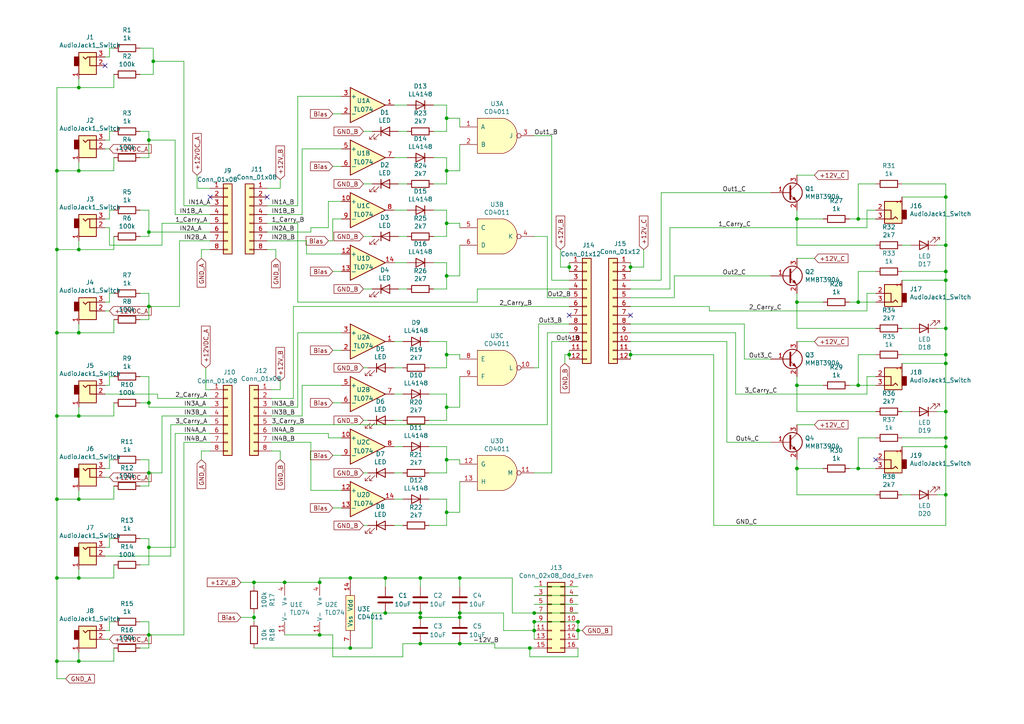
<source format=kicad_sch>
(kicad_sch (version 20250114) (generator "eeschema") (generator_version "9.0")
  (paper "A4")
  (junction (at 43.18 116.84))
  (junction (at 274.32 129.54))
  (junction (at 73.66 179.07))
  (junction (at 133.35 186.69))
  (junction (at 274.32 78.74))
  (junction (at 167.64 180.34))
  (junction (at 153.67 187.96))
  (junction (at 133.35 177.8))
  (junction (at 121.92 186.69))
  (junction (at 231.14 111.76))
  (junction (at 16.51 191.77))
  (junction (at 101.6 167.64))
  (junction (at 43.18 67.31))
  (junction (at 101.6 187.96))
  (junction (at 274.32 81.28))
  (junction (at 16.51 120.65))
  (junction (at 22.86 144.78))
  (junction (at 43.18 137.16))
  (junction (at 231.14 135.89))
  (junction (at 129.54 64.77))
  (junction (at 22.86 191.77))
  (junction (at 182.88 102.87))
  (junction (at 165.1 77.47))
  (junction (at 133.35 167.64))
  (junction (at 274.32 71.12))
  (junction (at 22.86 96.52))
  (junction (at 274.32 143.51))
  (junction (at 111.76 167.64))
  (junction (at 129.54 49.53))
  (junction (at 16.51 167.64))
  (junction (at 248.92 111.76))
  (junction (at 274.32 95.25))
  (junction (at 92.71 168.91))
  (junction (at 154.94 177.8))
  (junction (at 274.32 119.38))
  (junction (at 43.18 40.64))
  (junction (at 22.86 49.53))
  (junction (at 121.92 167.64))
  (junction (at 129.54 118.11))
  (junction (at 129.54 34.29))
  (junction (at 73.66 168.91))
  (junction (at 274.32 105.41))
  (junction (at 274.32 102.87))
  (junction (at 22.86 25.4))
  (junction (at 248.92 135.89))
  (junction (at 133.35 179.07))
  (junction (at 121.92 177.8))
  (junction (at 82.55 168.91))
  (junction (at 274.32 127))
  (junction (at 43.18 184.15))
  (junction (at 44.45 17.78))
  (junction (at 182.88 77.47))
  (junction (at 248.92 87.63))
  (junction (at 154.94 182.88))
  (junction (at 16.51 144.78))
  (junction (at 22.86 120.65))
  (junction (at 165.1 102.87))
  (junction (at 22.86 72.39))
  (junction (at 16.51 96.52))
  (junction (at 129.54 133.35))
  (junction (at 129.54 148.59))
  (junction (at 92.71 184.15))
  (junction (at 154.94 180.34))
  (junction (at 129.54 102.87))
  (junction (at 43.18 88.9))
  (junction (at 43.18 158.75))
  (junction (at 274.32 57.15))
  (junction (at 167.64 182.88))
  (junction (at 231.14 63.5))
  (junction (at 231.14 87.63))
  (junction (at 121.92 179.07))
  (junction (at 248.92 63.5))
  (junction (at 16.51 49.53))
  (junction (at 22.86 167.64))
  (junction (at 111.76 177.8))
  (junction (at 16.51 72.39))
  (junction (at 129.54 80.01))
  (no_connect (at 182.88 91.44))
  (no_connect (at 77.47 57.15))
  (no_connect (at 254 133.35))
  (no_connect (at 165.1 91.44))
  (no_connect (at 60.96 57.15))
  (no_connect (at 30.48 19.05))
  (wire (pts (xy 254 60.96) (xy 251.46 60.96)))
  (wire (pts (xy 99.06 33.02) (xy 96.52 33.02)))
  (wire (pts (xy 271.78 95.25) (xy 274.32 95.25)))
  (wire (pts (xy 231.14 143.51) (xy 231.14 135.89)))
  (wire (pts (xy 16.51 191.77) (xy 16.51 167.64)))
  (wire (pts (xy 231.14 63.5) (xy 231.14 60.96)))
  (wire (pts (xy 30.48 135.89) (xy 31.75 135.89)))
  (wire (pts (xy 46.99 71.12) (xy 46.99 64.77)))
  (wire (pts (xy 16.51 72.39) (xy 16.51 96.52)))
  (wire (pts (xy 114.3 114.3) (xy 116.84 114.3)))
  (wire (pts (xy 116.84 121.92) (xy 114.3 121.92)))
  (wire (pts (xy 107.95 187.96) (xy 107.95 177.8)))
  (wire (pts (xy 160.02 99.06) (xy 165.1 99.06)))
  (wire (pts (xy 125.73 30.48) (xy 129.54 30.48)))
  (wire (pts (xy 33.02 116.84) (xy 33.02 120.65)))
  (wire (pts (xy 186.69 77.47) (xy 182.88 77.47)))
  (wire (pts (xy 129.54 99.06) (xy 129.54 102.87)))
  (wire (pts (xy 107.95 177.8) (xy 111.76 177.8)))
  (wire (pts (xy 31.75 87.63) (xy 31.75 85.09)))
  (wire (pts (xy 43.18 45.72) (xy 40.64 45.72)))
  (wire (pts (xy 111.76 167.64) (xy 121.92 167.64)))
  (wire (pts (xy 154.94 137.16) (xy 160.02 137.16)))
  (wire (pts (xy 95.25 66.04) (xy 95.25 58.42)))
  (wire (pts (xy 274.32 102.87) (xy 274.32 105.41)))
  (wire (pts (xy 133.35 177.8) (xy 133.35 179.07)))
  (wire (pts (xy 248.92 111.76) (xy 254 111.76)))
  (wire (pts (xy 191.77 55.88) (xy 223.52 55.88)))
  (wire (pts (xy 118.11 68.58) (xy 115.57 68.58)))
  (wire (pts (xy 182.88 78.74) (xy 182.88 77.47)))
  (wire (pts (xy 129.54 106.68) (xy 124.46 106.68)))
  (wire (pts (xy 60.96 113.03) (xy 59.69 113.03)))
  (wire (pts (xy 124.46 114.3) (xy 129.54 114.3)))
  (wire (pts (xy 87.63 111.76) (xy 99.06 111.76)))
  (wire (pts (xy 31.75 63.5) (xy 31.75 60.96)))
  (wire (pts (xy 60.96 62.23) (xy 50.8 62.23)))
  (wire (pts (xy 78.74 125.73) (xy 95.25 125.73)))
  (wire (pts (xy 168.91 182.88) (xy 167.64 182.88)))
  (wire (pts (xy 60.96 120.65) (xy 46.99 120.65)))
  (wire (pts (xy 154.94 106.68) (xy 156.21 106.68)))
  (wire (pts (xy 261.62 127) (xy 274.32 127)))
  (wire (pts (xy 231.14 111.76) (xy 231.14 109.22)))
  (wire (pts (xy 107.95 53.34) (xy 105.41 53.34)))
  (wire (pts (xy 248.92 63.5) (xy 254 63.5)))
  (wire (pts (xy 16.51 96.52) (xy 16.51 120.65)))
  (wire (pts (xy 129.54 144.78) (xy 129.54 148.59)))
  (wire (pts (xy 138.43 87.63) (xy 86.36 87.63)))
  (wire (pts (xy 87.63 43.18) (xy 87.63 62.23)))
  (wire (pts (xy 246.38 135.89) (xy 248.92 135.89)))
  (wire (pts (xy 118.11 38.1) (xy 115.57 38.1)))
  (wire (pts (xy 77.47 59.69) (xy 86.36 59.69)))
  (wire (pts (xy 124.46 129.54) (xy 129.54 129.54)))
  (wire (pts (xy 43.18 187.96) (xy 40.64 187.96)))
  (wire (pts (xy 274.32 71.12) (xy 274.32 78.74)))
  (wire (pts (xy 129.54 148.59) (xy 133.35 148.59)))
  (wire (pts (xy 261.62 53.34) (xy 274.32 53.34)))
  (wire (pts (xy 121.92 186.69) (xy 133.35 186.69)))
  (wire (pts (xy 114.3 60.96) (xy 118.11 60.96)))
  (wire (pts (xy 186.69 72.39) (xy 186.69 77.47)))
  (wire (pts (xy 133.35 102.87) (xy 129.54 102.87)))
  (wire (pts (xy 165.1 81.28) (xy 160.02 81.28)))
  (wire (pts (xy 99.06 78.74) (xy 96.52 78.74)))
  (wire (pts (xy 261.62 71.12) (xy 264.16 71.12)))
  (wire (pts (xy 53.34 17.78) (xy 53.34 59.69)))
  (wire (pts (xy 231.14 99.06) (xy 236.22 99.06)))
  (wire (pts (xy 96.52 69.85) (xy 95.25 69.85)))
  (wire (pts (xy 116.84 106.68) (xy 114.3 106.68)))
  (wire (pts (xy 22.86 69.85) (xy 22.86 72.39)))
  (wire (pts (xy 58.42 72.39) (xy 58.42 74.93)))
  (wire (pts (xy 22.86 120.65) (xy 33.02 120.65)))
  (wire (pts (xy 22.86 144.78) (xy 33.02 144.78)))
  (wire (pts (xy 81.28 130.81) (xy 81.28 133.35)))
  (wire (pts (xy 88.9 69.85) (xy 88.9 73.66)))
  (wire (pts (xy 133.35 34.29) (xy 129.54 34.29)))
  (wire (pts (xy 274.32 105.41) (xy 274.32 119.38)))
  (wire (pts (xy 95.25 127) (xy 99.06 127)))
  (wire (pts (xy 16.51 49.53) (xy 16.51 72.39)))
  (wire (pts (xy 154.94 182.88) (xy 154.94 180.34)))
  (wire (pts (xy 81.28 52.07) (xy 81.28 54.61)))
  (wire (pts (xy 261.62 57.15) (xy 274.32 57.15)))
  (wire (pts (xy 73.66 168.91) (xy 82.55 168.91)))
  (wire (pts (xy 30.48 43.18) (xy 31.75 43.18)))
  (wire (pts (xy 163.83 102.87) (xy 163.83 105.41)))
  (wire (pts (xy 114.3 129.54) (xy 116.84 129.54)))
  (wire (pts (xy 143.51 186.69) (xy 133.35 186.69)))
  (wire (pts (xy 44.45 13.97) (xy 44.45 17.78)))
  (wire (pts (xy 167.64 180.34) (xy 154.94 180.34)))
  (wire (pts (xy 31.75 40.64) (xy 31.75 38.1)))
  (wire (pts (xy 69.85 179.07) (xy 73.66 179.07)))
  (wire (pts (xy 33.02 163.83) (xy 33.02 167.64)))
  (wire (pts (xy 22.86 144.78) (xy 16.51 144.78)))
  (wire (pts (xy 31.75 158.75) (xy 31.75 156.21)))
  (wire (pts (xy 22.86 93.98) (xy 22.86 96.52)))
  (wire (pts (xy 210.82 99.06) (xy 210.82 128.27)))
  (wire (pts (xy 213.36 114.3) (xy 213.36 96.52)))
  (wire (pts (xy 156.21 106.68) (xy 156.21 93.98)))
  (wire (pts (xy 85.09 115.57) (xy 78.74 115.57)))
  (wire (pts (xy 22.86 191.77) (xy 16.51 191.77)))
  (wire (pts (xy 107.95 68.58) (xy 105.41 68.58)))
  (wire (pts (xy 254 85.09) (xy 251.46 85.09)))
  (wire (pts (xy 146.05 182.88) (xy 154.94 182.88)))
  (wire (pts (xy 52.07 88.9) (xy 43.18 88.9)))
  (wire (pts (xy 182.88 99.06) (xy 210.82 99.06)))
  (wire (pts (xy 78.74 118.11) (xy 86.36 118.11)))
  (wire (pts (xy 43.18 85.09) (xy 43.18 88.9)))
  (wire (pts (xy 22.86 22.86) (xy 22.86 25.4)))
  (wire (pts (xy 133.35 64.77) (xy 133.35 66.04)))
  (wire (pts (xy 95.25 125.73) (xy 95.25 127)))
  (wire (pts (xy 77.47 62.23) (xy 87.63 62.23)))
  (wire (pts (xy 248.92 102.87) (xy 248.92 111.76)))
  (wire (pts (xy 40.64 156.21) (xy 43.18 156.21)))
  (wire (pts (xy 274.32 78.74) (xy 274.32 81.28)))
  (wire (pts (xy 129.54 64.77) (xy 133.35 64.77)))
  (wire (pts (xy 121.92 167.64) (xy 133.35 167.64)))
  (wire (pts (xy 85.09 88.9) (xy 85.09 115.57)))
  (wire (pts (xy 238.76 135.89) (xy 231.14 135.89)))
  (wire (pts (xy 106.68 137.16) (xy 105.41 137.16)))
  (wire (pts (xy 195.58 86.36) (xy 182.88 86.36)))
  (wire (pts (xy 95.25 58.42) (xy 99.06 58.42)))
  (wire (pts (xy 238.76 111.76) (xy 231.14 111.76)))
  (wire (pts (xy 248.92 63.5) (xy 248.92 53.34)))
  (wire (pts (xy 182.88 102.87) (xy 207.01 102.87)))
  (wire (pts (xy 251.46 85.09) (xy 251.46 90.17)))
  (wire (pts (xy 154.94 187.96) (xy 153.67 187.96)))
  (wire (pts (xy 60.96 67.31) (xy 43.18 67.31)))
  (wire (pts (xy 125.73 45.72) (xy 129.54 45.72)))
  (wire (pts (xy 43.18 40.64) (xy 43.18 45.72)))
  (wire (pts (xy 129.54 80.01) (xy 129.54 83.82)))
  (wire (pts (xy 92.71 184.15) (xy 96.52 184.15)))
  (wire (pts (xy 238.76 63.5) (xy 231.14 63.5)))
  (wire (pts (xy 43.18 109.22) (xy 43.18 116.84)))
  (wire (pts (xy 44.45 17.78) (xy 53.34 17.78)))
  (wire (pts (xy 129.54 148.59) (xy 129.54 152.4)))
  (wire (pts (xy 22.86 167.64) (xy 33.02 167.64)))
  (wire (pts (xy 160.02 39.37) (xy 154.94 39.37)))
  (wire (pts (xy 248.92 127) (xy 248.92 135.89)))
  (wire (pts (xy 31.75 66.04) (xy 30.48 66.04)))
  (wire (pts (xy 129.54 118.11) (xy 129.54 121.92)))
  (wire (pts (xy 254 109.22) (xy 251.46 109.22)))
  (wire (pts (xy 78.74 123.19) (xy 158.75 123.19)))
  (wire (pts (xy 133.35 49.53) (xy 133.35 41.91)))
  (wire (pts (xy 31.75 182.88) (xy 31.75 180.34)))
  (wire (pts (xy 274.32 119.38) (xy 274.32 127)))
  (wire (pts (xy 58.42 130.81) (xy 58.42 133.35)))
  (wire (pts (xy 82.55 184.15) (xy 92.71 184.15)))
  (wire (pts (xy 167.64 180.34) (xy 167.64 182.88)))
  (wire (pts (xy 60.96 125.73) (xy 50.8 125.73)))
  (wire (pts (xy 22.86 49.53) (xy 33.02 49.53)))
  (wire (pts (xy 246.38 111.76) (xy 248.92 111.76)))
  (wire (pts (xy 73.66 177.8) (xy 73.66 179.07)))
  (wire (pts (xy 43.18 118.11) (xy 43.18 116.84)))
  (wire (pts (xy 107.95 38.1) (xy 105.41 38.1)))
  (wire (pts (xy 231.14 87.63) (xy 231.14 85.09)))
  (wire (pts (xy 133.35 104.14) (xy 133.35 102.87)))
  (wire (pts (xy 59.69 113.03) (xy 59.69 106.68)))
  (wire (pts (xy 81.28 110.49) (xy 81.28 113.03)))
  (wire (pts (xy 158.75 68.58) (xy 158.75 86.36)))
  (wire (pts (xy 251.46 109.22) (xy 251.46 114.3)))
  (wire (pts (xy 274.32 127) (xy 274.32 129.54)))
  (wire (pts (xy 99.06 73.66) (xy 88.9 73.66)))
  (wire (pts (xy 160.02 81.28) (xy 160.02 39.37)))
  (wire (pts (xy 191.77 81.28) (xy 182.88 81.28)))
  (wire (pts (xy 261.62 143.51) (xy 264.16 143.51)))
  (wire (pts (xy 146.05 177.8) (xy 146.05 182.88)))
  (wire (pts (xy 50.8 158.75) (xy 43.18 158.75)))
  (wire (pts (xy 30.48 16.51) (xy 31.75 16.51)))
  (wire (pts (xy 101.6 187.96) (xy 107.95 187.96)))
  (wire (pts (xy 40.64 109.22) (xy 43.18 109.22)))
  (wire (pts (xy 261.62 95.25) (xy 264.16 95.25)))
  (wire (pts (xy 165.1 77.47) (xy 165.1 76.2)))
  (wire (pts (xy 43.18 88.9) (xy 43.18 92.71)))
  (wire (pts (xy 81.28 113.03) (xy 78.74 113.03)))
  (wire (pts (xy 90.17 66.04) (xy 95.25 66.04)))
  (wire (pts (xy 129.54 102.87) (xy 129.54 106.68)))
  (wire (pts (xy 31.75 16.51) (xy 31.75 13.97)))
  (wire (pts (xy 60.96 59.69) (xy 53.34 59.69)))
  (wire (pts (xy 31.75 138.43) (xy 30.48 138.43)))
  (wire (pts (xy 106.68 152.4) (xy 105.41 152.4)))
  (wire (pts (xy 43.18 137.16) (xy 43.18 140.97)))
  (wire (pts (xy 231.14 95.25) (xy 231.14 87.63)))
  (wire (pts (xy 154.94 182.88) (xy 154.94 185.42)))
  (wire (pts (xy 125.73 76.2) (xy 129.54 76.2)))
  (wire (pts (xy 274.32 143.51) (xy 274.32 129.54)))
  (wire (pts (xy 182.88 96.52) (xy 213.36 96.52)))
  (wire (pts (xy 73.66 187.96) (xy 101.6 187.96)))
  (wire (pts (xy 87.63 43.18) (xy 99.06 43.18)))
  (wire (pts (xy 167.64 182.88) (xy 167.64 185.42)))
  (wire (pts (xy 33.02 187.96) (xy 33.02 191.77)))
  (wire (pts (xy 153.67 190.5) (xy 167.64 190.5)))
  (wire (pts (xy 99.06 116.84) (xy 96.52 116.84)))
  (wire (pts (xy 165.1 83.82) (xy 138.43 83.82)))
  (wire (pts (xy 160.02 137.16) (xy 160.02 99.06)))
  (wire (pts (xy 99.06 147.32) (xy 96.52 147.32)))
  (wire (pts (xy 40.64 13.97) (xy 44.45 13.97)))
  (wire (pts (xy 31.75 185.42) (xy 30.48 185.42)))
  (wire (pts (xy 116.84 186.69) (xy 121.92 186.69)))
  (wire (pts (xy 210.82 128.27) (xy 223.52 128.27)))
  (wire (pts (xy 254 127) (xy 248.92 127)))
  (wire (pts (xy 106.68 106.68) (xy 105.41 106.68)))
  (wire (pts (xy 43.18 133.35) (xy 43.18 137.16)))
  (wire (pts (xy 251.46 90.17) (xy 205.74 90.17)))
  (wire (pts (xy 248.92 87.63) (xy 254 87.63)))
  (wire (pts (xy 96.52 184.15) (xy 96.52 190.5)))
  (wire (pts (xy 129.54 30.48) (xy 129.54 34.29)))
  (wire (pts (xy 205.74 90.17) (xy 205.74 88.9)))
  (wire (pts (xy 274.32 81.28) (xy 261.62 81.28)))
  (wire (pts (xy 116.84 152.4) (xy 114.3 152.4)))
  (wire (pts (xy 195.58 80.01) (xy 223.52 80.01)))
  (wire (pts (xy 31.75 133.35) (xy 33.02 133.35)))
  (wire (pts (xy 43.18 60.96) (xy 43.18 67.31)))
  (wire (pts (xy 114.3 76.2) (xy 118.11 76.2)))
  (wire (pts (xy 78.74 130.81) (xy 81.28 130.81)))
  (wire (pts (xy 125.73 60.96) (xy 129.54 60.96)))
  (wire (pts (xy 73.66 168.91) (xy 73.66 170.18)))
  (wire (pts (xy 86.36 96.52) (xy 99.06 96.52)))
  (wire (pts (xy 22.86 165.1) (xy 22.86 167.64)))
  (wire (pts (xy 43.18 92.71) (xy 40.64 92.71)))
  (wire (pts (xy 274.32 81.28) (xy 274.32 95.25)))
  (wire (pts (xy 82.55 168.91) (xy 92.71 168.91)))
  (wire (pts (xy 77.47 72.39) (xy 80.01 72.39)))
  (wire (pts (xy 167.64 170.18) (xy 154.94 170.18)))
  (wire (pts (xy 121.92 179.07) (xy 133.35 179.07)))
  (wire (pts (xy 248.92 78.74) (xy 248.92 87.63)))
  (wire (pts (xy 30.48 182.88) (xy 31.75 182.88)))
  (wire (pts (xy 182.88 104.14) (xy 182.88 102.87)))
  (wire (pts (xy 46.99 71.12) (xy 31.75 71.12)))
  (wire (pts (xy 90.17 142.24) (xy 99.06 142.24)))
  (wire (pts (xy 90.17 128.27) (xy 90.17 142.24)))
  (wire (pts (xy 129.54 76.2) (xy 129.54 80.01)))
  (wire (pts (xy 87.63 111.76) (xy 87.63 120.65)))
  (wire (pts (xy 182.88 102.87) (xy 182.88 101.6)))
  (wire (pts (xy 40.64 38.1) (xy 43.18 38.1)))
  (wire (pts (xy 53.34 128.27) (xy 53.34 184.15)))
  (wire (pts (xy 154.94 177.8) (xy 148.59 177.8)))
  (wire (pts (xy 124.46 99.06) (xy 129.54 99.06)))
  (wire (pts (xy 22.86 96.52) (xy 16.51 96.52)))
  (wire (pts (xy 53.34 184.15) (xy 43.18 184.15)))
  (wire (pts (xy 129.54 49.53) (xy 129.54 53.34)))
  (wire (pts (xy 129.54 68.58) (xy 125.73 68.58)))
  (wire (pts (xy 22.86 118.11) (xy 22.86 120.65)))
  (wire (pts (xy 43.18 163.83) (xy 40.64 163.83)))
  (wire (pts (xy 148.59 167.64) (xy 133.35 167.64)))
  (wire (pts (xy 31.75 71.12) (xy 31.75 66.04)))
  (wire (pts (xy 99.06 101.6) (xy 96.52 101.6)))
  (wire (pts (xy 96.52 190.5) (xy 116.84 190.5)))
  (wire (pts (xy 16.51 25.4) (xy 16.51 49.53)))
  (wire (pts (xy 231.14 74.93) (xy 236.22 74.93)))
  (wire (pts (xy 165.1 102.87) (xy 165.1 104.14)))
  (wire (pts (xy 238.76 87.63) (xy 231.14 87.63)))
  (wire (pts (xy 158.75 123.19) (xy 158.75 96.52)))
  (wire (pts (xy 215.9 104.14) (xy 223.52 104.14)))
  (wire (pts (xy 69.85 168.91) (xy 73.66 168.91)))
  (wire (pts (xy 195.58 80.01) (xy 195.58 86.36)))
  (wire (pts (xy 133.35 148.59) (xy 133.35 139.7)))
  (wire (pts (xy 154.94 68.58) (xy 158.75 68.58)))
  (wire (pts (xy 85.09 88.9) (xy 165.1 88.9)))
  (wire (pts (xy 121.92 167.64) (xy 121.92 170.18)))
  (wire (pts (xy 40.64 85.09) (xy 43.18 85.09)))
  (wire (pts (xy 92.71 167.64) (xy 101.6 167.64)))
  (wire (pts (xy 31.75 38.1) (xy 33.02 38.1)))
  (wire (pts (xy 274.32 152.4) (xy 274.32 143.51)))
  (wire (pts (xy 78.74 128.27) (xy 90.17 128.27)))
  (wire (pts (xy 261.62 78.74) (xy 274.32 78.74)))
  (wire (pts (xy 118.11 53.34) (xy 115.57 53.34)))
  (wire (pts (xy 248.92 135.89) (xy 254 135.89)))
  (wire (pts (xy 116.84 190.5) (xy 116.84 186.69)))
  (wire (pts (xy 86.36 27.94) (xy 99.06 27.94)))
  (wire (pts (xy 22.86 96.52) (xy 33.02 96.52)))
  (wire (pts (xy 231.14 71.12) (xy 231.14 63.5)))
  (wire (pts (xy 60.96 69.85) (xy 52.07 69.85)))
  (wire (pts (xy 31.75 111.76) (xy 31.75 109.22)))
  (wire (pts (xy 165.1 78.74) (xy 165.1 77.47)))
  (wire (pts (xy 133.35 36.83) (xy 133.35 34.29)))
  (wire (pts (xy 43.18 180.34) (xy 43.18 184.15)))
  (wire (pts (xy 148.59 177.8) (xy 148.59 167.64)))
  (wire (pts (xy 254 102.87) (xy 248.92 102.87)))
  (wire (pts (xy 43.18 38.1) (xy 43.18 40.64)))
  (wire (pts (xy 22.86 72.39) (xy 16.51 72.39)))
  (wire (pts (xy 129.54 49.53) (xy 133.35 49.53)))
  (wire (pts (xy 43.18 67.31) (xy 43.18 68.58)))
  (wire (pts (xy 46.99 137.16) (xy 43.18 137.16)))
  (wire (pts (xy 133.35 80.01) (xy 133.35 71.12)))
  (wire (pts (xy 207.01 102.87) (xy 207.01 152.4)))
  (wire (pts (xy 22.86 46.99) (xy 22.86 49.53)))
  (wire (pts (xy 78.74 120.65) (xy 87.63 120.65)))
  (wire (pts (xy 33.02 45.72) (xy 33.02 49.53)))
  (wire (pts (xy 77.47 67.31) (xy 90.17 67.31)))
  (wire (pts (xy 43.18 140.97) (xy 40.64 140.97)))
  (wire (pts (xy 129.54 64.77) (xy 129.54 68.58)))
  (wire (pts (xy 45.72 114.3) (xy 30.48 114.3)))
  (wire (pts (xy 215.9 93.98) (xy 215.9 104.14)))
  (wire (pts (xy 205.74 88.9) (xy 182.88 88.9)))
  (wire (pts (xy 111.76 167.64) (xy 111.76 170.18)))
  (wire (pts (xy 251.46 114.3) (xy 213.36 114.3)))
  (wire (pts (xy 22.86 25.4) (xy 16.51 25.4)))
  (wire (pts (xy 194.31 83.82) (xy 182.88 83.82)))
  (wire (pts (xy 129.54 152.4) (xy 124.46 152.4)))
  (wire (pts (xy 22.86 189.23) (xy 22.86 191.77)))
  (wire (pts (xy 81.28 54.61) (xy 77.47 54.61)))
  (wire (pts (xy 194.31 66.04) (xy 251.46 66.04)))
  (wire (pts (xy 138.43 83.82) (xy 138.43 87.63)))
  (wire (pts (xy 129.54 60.96) (xy 129.54 64.77)))
  (wire (pts (xy 43.18 116.84) (xy 40.64 116.84)))
  (wire (pts (xy 45.72 115.57) (xy 60.96 115.57)))
  (wire (pts (xy 158.75 96.52) (xy 165.1 96.52)))
  (wire (pts (xy 114.3 45.72) (xy 118.11 45.72)))
  (wire (pts (xy 153.67 187.96) (xy 153.67 190.5)))
  (wire (pts (xy 43.18 158.75) (xy 43.18 163.83)))
  (wire (pts (xy 121.92 177.8) (xy 121.92 179.07)))
  (wire (pts (xy 129.54 34.29) (xy 129.54 38.1)))
  (wire (pts (xy 30.48 161.29) (xy 49.53 161.29)))
  (wire (pts (xy 45.72 115.57) (xy 45.72 114.3)))
  (wire (pts (xy 16.51 196.85) (xy 16.51 191.77)))
  (wire (pts (xy 30.48 40.64) (xy 31.75 40.64)))
  (wire (pts (xy 274.32 129.54) (xy 261.62 129.54)))
  (wire (pts (xy 60.96 128.27) (xy 53.34 128.27)))
  (wire (pts (xy 50.8 40.64) (xy 50.8 62.23)))
  (wire (pts (xy 60.96 54.61) (xy 57.15 54.61)))
  (wire (pts (xy 49.53 123.19) (xy 49.53 161.29)))
  (wire (pts (xy 43.18 156.21) (xy 43.18 158.75)))
  (wire (pts (xy 92.71 168.91) (xy 92.71 167.64)))
  (wire (pts (xy 44.45 17.78) (xy 44.45 21.59)))
  (wire (pts (xy 129.54 83.82) (xy 125.73 83.82)))
  (wire (pts (xy 33.02 21.59) (xy 33.02 25.4)))
  (wire (pts (xy 231.14 119.38) (xy 231.14 111.76)))
  (wire (pts (xy 22.86 72.39) (xy 33.02 72.39)))
  (wire (pts (xy 114.3 144.78) (xy 116.84 144.78)))
  (wire (pts (xy 129.54 38.1) (xy 125.73 38.1)))
  (wire (pts (xy 43.18 184.15) (xy 43.18 187.96)))
  (wire (pts (xy 33.02 68.58) (xy 33.02 72.39)))
  (wire (pts (xy 107.95 83.82) (xy 105.41 83.82)))
  (wire (pts (xy 111.76 177.8) (xy 121.92 177.8)))
  (wire (pts (xy 30.48 63.5) (xy 31.75 63.5)))
  (wire (pts (xy 167.64 175.26) (xy 154.94 175.26)))
  (wire (pts (xy 77.47 69.85) (xy 88.9 69.85)))
  (wire (pts (xy 46.99 64.77) (xy 60.96 64.77)))
  (wire (pts (xy 114.3 99.06) (xy 116.84 99.06)))
  (wire (pts (xy 236.22 123.19) (xy 231.14 123.19)))
  (wire (pts (xy 116.84 137.16) (xy 114.3 137.16)))
  (wire (pts (xy 31.75 180.34) (xy 33.02 180.34)))
  (wire (pts (xy 231.14 50.8) (xy 236.22 50.8)))
  (wire (pts (xy 254 143.51) (xy 231.14 143.51)))
  (wire (pts (xy 231.14 135.89) (xy 231.14 133.35)))
  (wire (pts (xy 99.06 48.26) (xy 96.52 48.26)))
  (wire (pts (xy 162.56 77.47) (xy 165.1 77.47)))
  (wire (pts (xy 33.02 92.71) (xy 33.02 96.52)))
  (wire (pts (xy 133.35 133.35) (xy 129.54 133.35)))
  (wire (pts (xy 129.54 121.92) (xy 124.46 121.92)))
  (wire (pts (xy 33.02 140.97) (xy 33.02 144.78)))
  (wire (pts (xy 16.51 144.78) (xy 16.51 167.64)))
  (wire (pts (xy 274.32 53.34) (xy 274.32 57.15)))
  (wire (pts (xy 99.06 132.08) (xy 96.52 132.08)))
  (wire (pts (xy 86.36 64.77) (xy 77.47 64.77)))
  (wire (pts (xy 129.54 133.35) (xy 129.54 137.16)))
  (wire (pts (xy 96.52 63.5) (xy 96.52 69.85)))
  (wire (pts (xy 16.51 196.85) (xy 19.05 196.85)))
  (wire (pts (xy 153.67 187.96) (xy 143.51 187.96)))
  (wire (pts (xy 271.78 119.38) (xy 274.32 119.38)))
  (wire (pts (xy 22.86 120.65) (xy 16.51 120.65)))
  (wire (pts (xy 50.8 125.73) (xy 50.8 158.75)))
  (wire (pts (xy 57.15 54.61) (xy 57.15 50.8)))
  (wire (pts (xy 31.75 109.22) (xy 33.02 109.22)))
  (wire (pts (xy 133.35 167.64) (xy 133.35 170.18)))
  (wire (pts (xy 43.18 68.58) (xy 40.64 68.58)))
  (wire (pts (xy 251.46 60.96) (xy 251.46 66.04)))
  (wire (pts (xy 22.86 25.4) (xy 33.02 25.4)))
  (wire (pts (xy 248.92 53.34) (xy 254 53.34)))
  (wire (pts (xy 274.32 105.41) (xy 261.62 105.41)))
  (wire (pts (xy 30.48 87.63) (xy 31.75 87.63)))
  (wire (pts (xy 106.68 121.92) (xy 105.41 121.92)))
  (wire (pts (xy 73.66 179.07) (xy 73.66 180.34)))
  (wire (pts (xy 31.75 90.17) (xy 30.48 90.17)))
  (wire (pts (xy 60.96 72.39) (xy 58.42 72.39)))
  (wire (pts (xy 129.54 137.16) (xy 124.46 137.16)))
  (wire (pts (xy 191.77 55.88) (xy 191.77 81.28)))
  (wire (pts (xy 101.6 167.64) (xy 111.76 167.64)))
  (wire (pts (xy 114.3 30.48) (xy 118.11 30.48)))
  (wire (pts (xy 271.78 143.51) (xy 274.32 143.51)))
  (wire (pts (xy 165.1 102.87) (xy 163.83 102.87)))
  (wire (pts (xy 133.35 134.62) (xy 133.35 133.35)))
  (wire (pts (xy 274.32 95.25) (xy 274.32 102.87)))
  (wire (pts (xy 60.96 118.11) (xy 43.18 118.11)))
  (wire (pts (xy 129.54 118.11) (xy 133.35 118.11)))
  (wire (pts (xy 271.78 71.12) (xy 274.32 71.12)))
  (wire (pts (xy 182.88 77.47) (xy 182.88 76.2)))
  (wire (pts (xy 22.86 49.53) (xy 16.51 49.53)))
  (wire (pts (xy 40.64 60.96) (xy 43.18 60.96)))
  (wire (pts (xy 167.64 190.5) (xy 167.64 187.96)))
  (wire (pts (xy 194.31 66.04) (xy 194.31 83.82)))
  (wire (pts (xy 22.86 191.77) (xy 33.02 191.77)))
  (wire (pts (xy 182.88 93.98) (xy 215.9 93.98)))
  (wire (pts (xy 52.07 69.85) (xy 52.07 88.9)))
  (wire (pts (xy 143.51 187.96) (xy 143.51 186.69)))
  (wire (pts (xy 167.64 177.8) (xy 154.94 177.8)))
  (wire (pts (xy 86.36 27.94) (xy 86.36 59.69)))
  (wire (pts (xy 254 119.38) (xy 231.14 119.38)))
  (wire (pts (xy 40.64 133.35) (xy 43.18 133.35)))
  (wire (pts (xy 158.75 86.36) (xy 165.1 86.36)))
  (wire (pts (xy 60.96 123.19) (xy 49.53 123.19)))
  (wire (pts (xy 154.94 172.72) (xy 167.64 172.72)))
  (wire (pts (xy 60.96 130.81) (xy 58.42 130.81)))
  (wire (pts (xy 254 95.25) (xy 231.14 95.25)))
  (wire (pts (xy 156.21 93.98) (xy 165.1 93.98)))
  (wire (pts (xy 254 71.12) (xy 231.14 71.12)))
  (wire (pts (xy 118.11 83.82) (xy 115.57 83.82)))
  (wire (pts (xy 207.01 152.4) (xy 274.32 152.4)))
  (wire (pts (xy 80.01 72.39) (xy 80.01 74.93)))
  (wire (pts (xy 43.18 40.64) (xy 50.8 40.64)))
  (wire (pts (xy 40.64 180.34) (xy 43.18 180.34)))
  (wire (pts (xy 129.54 80.01) (xy 133.35 80.01)))
  (wire (pts (xy 86.36 64.77) (xy 86.36 87.63)))
  (wire (pts (xy 162.56 72.39) (xy 162.56 77.47)))
  (wire (pts (xy 31.75 13.97) (xy 33.02 13.97)))
  (wire (pts (xy 254 78.74) (xy 248.92 78.74)))
  (wire (pts (xy 274.32 57.15) (xy 274.32 71.12)))
  (wire (pts (xy 165.1 101.6) (xy 165.1 102.87)))
  (wire (pts (xy 261.62 119.38) (xy 264.16 119.38)))
  (wire (pts (xy 16.51 120.65) (xy 16.51 144.78)))
  (wire (pts (xy 129.54 114.3) (xy 129.54 118.11)))
  (wire (pts (xy 31.75 85.09) (xy 33.02 85.09)))
  (wire (pts (xy 46.99 120.65) (xy 46.99 137.16)))
  (wire (pts (xy 246.38 87.63) (xy 248.92 87.63)))
  (wire (pts (xy 22.86 142.24) (xy 22.86 144.78)))
  (wire (pts (xy 246.38 63.5) (xy 248.92 63.5)))
  (wire (pts (xy 261.62 102.87) (xy 274.32 102.87)))
  (wire (pts (xy 133.35 177.8) (xy 146.05 177.8)))
  (wire (pts (xy 86.36 118.11) (xy 86.36 96.52)))
  (wire (pts (xy 30.48 111.76) (xy 31.75 111.76)))
  (wire (pts (xy 44.45 21.59) (xy 40.64 21.59)))
  (wire (pts (xy 129.54 129.54) (xy 129.54 133.35)))
  (wire (pts (xy 16.51 167.64) (xy 22.86 167.64)))
  (wire (pts (xy 90.17 67.31) (xy 90.17 66.04)))
  (wire (pts (xy 133.35 118.11) (xy 133.35 109.22)))
  (wire (pts (xy 31.75 156.21) (xy 33.02 156.21)))
  (wire (pts (xy 129.54 53.34) (xy 125.73 53.34)))
  (wire (pts (xy 31.75 60.96) (xy 33.02 60.96)))
  (wire (pts (xy 31.75 135.89) (xy 31.75 133.35)))
  (wire (pts (xy 129.54 45.72) (xy 129.54 49.53)))
  (wire (pts (xy 99.06 63.5) (xy 96.52 63.5)))
  (wire (pts (xy 30.48 158.75) (xy 31.75 158.75)))
  (wire (pts (xy 124.46 144.78) (xy 129.54 144.78)))
  (label "1_Carry_A" (at 50.8 64.77 0))
  (label "IN4A_B" (at 78.74 125.73 0))
  (label "IN3B_A" (at 53.34 120.65 0))
  (label "1_Carry_C" (at 208.28 66.04 0))
  (label "2_Carry_B" (at 144.78 88.9 0))
  (label "IN3A_A" (at 53.34 118.11 0))
  (label "Out1_C" (at 209.55 55.88 0))
  (label "-12V_B" (at 137.16 186.69 0))
  (label "IN4B_B" (at 78.74 128.27 0))
  (label "3_Carry_A" (at 50.8 123.19 0))
  (label "2_Carry_C" (at 217.17 90.17 0))
  (label "IN2A_A" (at 52.07 67.31 0))
  (label "1_Carry_B" (at 78.74 64.77 0))
  (label "Out4_C" (at 213.36 128.27 0))
  (label "Out2_C" (at 209.55 80.01 0))
  (label "IN1B_B" (at 78.74 62.23 0))
  (label "GND_C" (at 213.36 152.4 0))
  (label "Out3_B" (at 156.21 93.98 0))
  (label "IN4B_A" (at 53.34 128.27 0))
  (label "IN1B_A" (at 52.07 62.23 0))
  (label "Out1_B" (at 154.94 39.37 0))
  (label "IN2B_B" (at 78.74 69.85 0))
  (label "IN4A_A" (at 53.34 125.73 0))
  (label "IN2B_A" (at 53.34 69.85 0))
  (label "Out4_B" (at 161.29 99.06 0))
  (label "IN1A_B" (at 78.74 59.69 0))
  (label "IN3A_B" (at 78.74 118.11 0))
  (label "Out3_C" (at 217.17 104.14 0))
  (label "3_Carry_B" (at 78.74 123.19 0))
  (label "IN2A_B" (at 78.74 67.31 0))
  (label "Out2_B" (at 158.75 86.36 0))
  (label "IN1A_A" (at 54.61 59.69 0))
  (label "2_Carry_A" (at 50.8 115.57 0))
  (label "3_Carry_C" (at 215.9 114.3 0))
  (label "IN3B_B" (at 78.74 120.65 0))
  (global_label "+12V_B" (shape input) (at 162.56 72.39 90) (property "Intersheetrefs" "${INTERSHEET_REFS}" (effects (hide yes))))
  (global_label "Bias" (shape input) (at 96.52 33.02 180) (property "Intersheetrefs" "${INTERSHEET_REFS}" (effects (hide yes))))
  (global_label "GND_B" (shape input) (at 105.41 121.92 180) (property "Intersheetrefs" "${INTERSHEET_REFS}" (effects (hide yes))))
  (global_label "+12V_B" (shape input) (at 81.28 110.49 90) (property "Intersheetrefs" "${INTERSHEET_REFS}" (effects (hide yes))))
  (global_label "GND_B" (shape input) (at 163.83 105.41 270) (property "Intersheetrefs" "${INTERSHEET_REFS}" (effects (hide yes))))
  (global_label "GND_B" (shape input) (at 105.41 152.4 180) (property "Intersheetrefs" "${INTERSHEET_REFS}" (effects (hide yes))))
  (global_label "GND_B" (shape input) (at 105.41 137.16 180) (property "Intersheetrefs" "${INTERSHEET_REFS}" (effects (hide yes))))
  (global_label "+12VDC_A" (shape input) (at 59.69 106.68 90) (property "Intersheetrefs" "${INTERSHEET_REFS}" (effects (hide yes))))
  (global_label "Bias" (shape input) (at 96.52 101.6 180) (property "Intersheetrefs" "${INTERSHEET_REFS}" (effects (hide yes))))
  (global_label "+12V_C" (shape input) (at 236.22 99.06 0) (property "Intersheetrefs" "${INTERSHEET_REFS}" (effects (hide yes))))
  (global_label "GND_B" (shape input) (at 80.01 74.93 270) (property "Intersheetrefs" "${INTERSHEET_REFS}" (effects (hide yes))))
  (global_label "GND_A" (shape input) (at 58.42 74.93 270) (property "Intersheetrefs" "${INTERSHEET_REFS}" (effects (hide yes))))
  (global_label "GND_B" (shape input) (at 81.28 133.35 270) (property "Intersheetrefs" "${INTERSHEET_REFS}" (effects (hide yes))))
  (global_label "+12V_C" (shape input) (at 236.22 74.93 0) (property "Intersheetrefs" "${INTERSHEET_REFS}" (effects (hide yes))))
  (global_label "+12V_B" (shape input) (at 69.85 168.91 180) (property "Intersheetrefs" "${INTERSHEET_REFS}" (effects (hide yes))))
  (global_label "Bias" (shape input) (at 96.52 147.32 180) (property "Intersheetrefs" "${INTERSHEET_REFS}" (effects (hide yes))))
  (global_label "GND_A" (shape input) (at 19.05 196.85 0) (property "Intersheetrefs" "${INTERSHEET_REFS}" (effects (hide yes))))
  (global_label "GND_B" (shape input) (at 105.41 68.58 180) (property "Intersheetrefs" "${INTERSHEET_REFS}" (effects (hide yes))))
  (global_label "GND_B" (shape input) (at 105.41 53.34 180) (property "Intersheetrefs" "${INTERSHEET_REFS}" (effects (hide yes))))
  (global_label "Bias" (shape input) (at 96.52 132.08 180) (property "Intersheetrefs" "${INTERSHEET_REFS}" (effects (hide yes))))
  (global_label "GND_B" (shape input) (at 105.41 38.1 180) (property "Intersheetrefs" "${INTERSHEET_REFS}" (effects (hide yes))))
  (global_label "+12V_C" (shape input) (at 186.69 72.39 90) (property "Intersheetrefs" "${INTERSHEET_REFS}" (effects (hide yes))))
  (global_label "Bias" (shape input) (at 96.52 48.26 180) (property "Intersheetrefs" "${INTERSHEET_REFS}" (effects (hide yes))))
  (global_label "+12V_C" (shape input) (at 236.22 123.19 0) (property "Intersheetrefs" "${INTERSHEET_REFS}" (effects (hide yes))))
  (global_label "+12VDC_A" (shape input) (at 31.75 185.42 0) (property "Intersheetrefs" "${INTERSHEET_REFS}" (effects (hide yes))))
  (global_label "GND_B" (shape input) (at 168.91 182.88 0) (property "Intersheetrefs" "${INTERSHEET_REFS}" (effects (hide yes))))
  (global_label "Bias" (shape input) (at 69.85 179.07 180) (property "Intersheetrefs" "${INTERSHEET_REFS}" (effects (hide yes))))
  (global_label "+12VDC_A" (shape input) (at 57.15 50.8 90) (property "Intersheetrefs" "${INTERSHEET_REFS}" (effects (hide yes))))
  (global_label "Bias" (shape input) (at 96.52 116.84 180) (property "Intersheetrefs" "${INTERSHEET_REFS}" (effects (hide yes))))
  (global_label "GND_A" (shape input) (at 58.42 133.35 270) (property "Intersheetrefs" "${INTERSHEET_REFS}" (effects (hide yes))))
  (global_label "GND_B" (shape input) (at 105.41 106.68 180) (property "Intersheetrefs" "${INTERSHEET_REFS}" (effects (hide yes))))
  (global_label "+12V_C" (shape input) (at 236.22 50.8 0) (property "Intersheetrefs" "${INTERSHEET_REFS}" (effects (hide yes))))
  (global_label "Bias" (shape input) (at 95.25 69.85 180) (property "Intersheetrefs" "${INTERSHEET_REFS}" (effects (hide yes))))
  (global_label "GND_B" (shape input) (at 105.41 83.82 180) (property "Intersheetrefs" "${INTERSHEET_REFS}" (effects (hide yes))))
  (global_label "+12VDC_A" (shape input) (at 31.75 138.43 0) (property "Intersheetrefs" "${INTERSHEET_REFS}" (effects (hide yes))))
  (global_label "+12VDC_A" (shape input) (at 31.75 90.17 0) (property "Intersheetrefs" "${INTERSHEET_REFS}" (effects (hide yes))))
  (global_label "+12VDC_A" (shape input) (at 31.75 43.18 0) (property "Intersheetrefs" "${INTERSHEET_REFS}" (effects (hide yes))))
  (global_label "+12V_B" (shape input) (at 81.28 52.07 90) (property "Intersheetrefs" "${INTERSHEET_REFS}" (effects (hide yes))))
  (global_label "Bias" (shape input) (at 96.52 78.74 180) (property "Intersheetrefs" "${INTERSHEET_REFS}" (effects (hide yes))))
  (symbol (lib_id "Connector_Generic:Conn_02x08_Odd_Even") (at 160.02 177.8 0) (unit 1)
    (property "Reference" "J13" (at 161.29 164.6682 0))
    (property "Value" "Conn_02x08_Odd_Even" (at 161.29 166.9796 0))
    (property "Footprint" "Pin_Headers:Pin_Header_Straight_2x08_Pitch2.54mm" (effects (hide yes)))
  )
  (symbol (lib_id "Custom_Lib:AudioJack1_Switch") (at 25.4 19.05 0) (unit 1)
    (property "Reference" "J1" (at 26.1112 10.795 0))
    (property "Value" "AudioJack1_Switch" (at 26.1112 13.1064 0))
    (property "Footprint" "Custom_Library:Mono_Jack_3.5mm_Switch_Switchcraft_35RAPC2AH3" (effects (hide yes)))
  )
  (symbol (lib_id "Custom_Lib:AudioJack1_Switch") (at 259.08 60.96 180) (unit 1)
    (property "Reference" "J16" (at 263.8552 59.7154 0) (effects (justify right)))
    (property "Value" "AudioJack1_Switch" (at 263.8552 62.0268 0) (effects (justify right)))
    (property "Footprint" "Custom_Library:Mono_Jack_3.5mm_Switch_Switchcraft_35RAPC2AH3" (effects (hide yes)))
  )
  (symbol (lib_id "Custom_Lib:AudioJack1_Switch") (at 259.08 85.09 180) (unit 1)
    (property "Reference" "J17" (at 263.8552 83.8454 0) (effects (justify right)))
    (property "Value" "AudioJack1_Switch" (at 263.8552 86.1568 0) (effects (justify right)))
    (property "Footprint" "Custom_Library:Mono_Jack_3.5mm_Switch_Switchcraft_35RAPC2AH3" (effects (hide yes)))
  )
  (symbol (lib_id "Custom_Lib:AudioJack1_Switch") (at 259.08 133.35 180) (unit 1)
    (property "Reference" "J19" (at 263.8552 132.1054 0) (effects (justify right)))
    (property "Value" "AudioJack1_Switch" (at 263.8552 134.4168 0) (effects (justify right)))
    (property "Footprint" "Custom_Library:Mono_Jack_3.5mm_Switch_Switchcraft_35RAPC2AH3" (effects (hide yes)))
  )
  (symbol (lib_id "Custom_Lib:AudioJack1_Switch") (at 259.08 109.22 180) (unit 1)
    (property "Reference" "J18" (at 263.8552 107.9754 0) (effects (justify right)))
    (property "Value" "AudioJack1_Switch" (at 263.8552 110.2868 0) (effects (justify right)))
    (property "Footprint" "Custom_Library:Mono_Jack_3.5mm_Switch_Switchcraft_35RAPC2AH3" (effects (hide yes)))
  )
  (symbol (lib_id "Device:C") (at 121.92 173.99 180) (unit 1)
    (property "Reference" "C2" (at 127 172.72 0))
    (property "Value" "10uF" (at 127 175.26 0))
    (property "Footprint" "Capacitors_SMD:C_1210_HandSoldering" (effects (hide yes)))
  )
  (symbol (lib_id "Device:LED") (at 267.97 71.12 180) (unit 1)
    (property "Reference" "D17" (at 268.1478 76.6064 0))
    (property "Value" "LED" (at 268.1478 74.295 0))
    (property "Footprint" "LEDs:LED_Rectangular_W3.9mm_H1.9mm" (effects (hide yes)))
  )
  (symbol (lib_id "Device:R") (at 257.81 71.12 270) (unit 1)
    (property "Reference" "R32" (at 257.81 65.8622 90))
    (property "Value" "2k7" (at 257.81 68.1736 90))
    (property "Footprint" "Resistors_SMD:R_1210_HandSoldering" (effects (hide yes)))
  )
  (symbol (lib_id "Device:LED") (at 267.97 95.25 180) (unit 1)
    (property "Reference" "D18" (at 268.1478 100.7364 0))
    (property "Value" "LED" (at 268.1478 98.425 0))
    (property "Footprint" "LEDs:LED_Rectangular_W3.9mm_H1.9mm" (effects (hide yes)))
  )
  (symbol (lib_id "Device:LED") (at 267.97 119.38 180) (unit 1)
    (property "Reference" "D19" (at 268.1478 124.8664 0))
    (property "Value" "LED" (at 268.1478 122.555 0))
    (property "Footprint" "LEDs:LED_Rectangular_W3.9mm_H1.9mm" (effects (hide yes)))
  )
  (symbol (lib_id "Device:LED") (at 267.97 143.51 180) (unit 1)
    (property "Reference" "D20" (at 268.1478 148.9964 0))
    (property "Value" "LED" (at 268.1478 146.685 0))
    (property "Footprint" "LEDs:LED_Rectangular_W3.9mm_H1.9mm" (effects (hide yes)))
  )
  (symbol (lib_id "Device:R") (at 257.81 78.74 270) (unit 1)
    (property "Reference" "R33" (at 257.81 73.4822 90))
    (property "Value" "1k" (at 257.81 75.7936 90))
    (property "Footprint" "Resistors_SMD:R_1210_HandSoldering" (effects (hide yes)))
  )
  (symbol (lib_id "Connector_Generic:Conn_01x08") (at 66.04 62.23 0) (unit 1)
    (property "Reference" "J9" (at 64.77 49.53 0) (effects (justify left)))
    (property "Value" "Conn_01x08" (at 57.15 52.07 0) (effects (justify left)))
    (property "Footprint" "Pin_Headers:Pin_Header_Straight_1x08_Pitch2.54mm" (effects (hide yes)))
  )
  (symbol (lib_id "Connector_Generic:Conn_01x08") (at 72.39 62.23 0) (mirror y) (unit 1)
    (property "Reference" "J11" (at 74.4728 49.0982 0))
    (property "Value" "Conn_01x08" (at 74.4728 51.4096 0))
    (property "Footprint" "Pin_Headers:Pin_Header_Straight_1x08_Pitch2.54mm" (effects (hide yes)))
  )
  (symbol (lib_id "Device:R") (at 257.81 95.25 270) (unit 1)
    (property "Reference" "R34" (at 257.81 89.9922 90))
    (property "Value" "2k7" (at 257.81 92.3036 90))
    (property "Footprint" "Resistors_SMD:R_1210_HandSoldering" (effects (hide yes)))
  )
  (symbol (lib_id "Device:R") (at 257.81 119.38 270) (unit 1)
    (property "Reference" "R36" (at 257.81 114.1222 90))
    (property "Value" "2k7" (at 257.81 116.4336 90))
    (property "Footprint" "Resistors_SMD:R_1210_HandSoldering" (effects (hide yes)))
  )
  (symbol (lib_id "Device:R") (at 257.81 143.51 270) (unit 1)
    (property "Reference" "R38" (at 257.81 138.2522 90))
    (property "Value" "2k7" (at 257.81 140.5636 90))
    (property "Footprint" "Resistors_SMD:R_1210_HandSoldering" (effects (hide yes)))
  )
  (symbol (lib_id "Device:R") (at 257.81 102.87 270) (unit 1)
    (property "Reference" "R35" (at 257.81 97.6122 90))
    (property "Value" "1k" (at 257.81 99.9236 90))
    (property "Footprint" "Resistors_SMD:R_1210_HandSoldering" (effects (hide yes)))
  )
  (symbol (lib_id "Device:R") (at 257.81 127 270) (unit 1)
    (property "Reference" "R37" (at 257.81 121.7422 90))
    (property "Value" "1k" (at 257.81 124.0536 90))
    (property "Footprint" "Resistors_SMD:R_1210_HandSoldering" (effects (hide yes)))
  )
  (symbol (lib_id "Device:R") (at 257.81 53.34 270) (unit 1)
    (property "Reference" "R31" (at 257.81 48.0822 90))
    (property "Value" "1k" (at 257.81 50.3936 90))
    (property "Footprint" "Resistors_SMD:R_1210_HandSoldering" (effects (hide yes)))
  )
  (symbol (lib_id "Device:R") (at 242.57 63.5 270) (unit 1)
    (property "Reference" "R27" (at 242.57 58.2422 90))
    (property "Value" "1k" (at 242.57 60.5536 90))
    (property "Footprint" "Resistors_SMD:R_1210_HandSoldering" (effects (hide yes)))
  )
  (symbol (lib_id "Device:R") (at 242.57 87.63 270) (unit 1)
    (property "Reference" "R28" (at 242.57 82.3722 90))
    (property "Value" "1k" (at 242.57 84.6836 90))
    (property "Footprint" "Resistors_SMD:R_1210_HandSoldering" (effects (hide yes)))
  )
  (symbol (lib_id "Device:R") (at 242.57 111.76 270) (unit 1)
    (property "Reference" "R29" (at 242.57 106.5022 90))
    (property "Value" "1k" (at 242.57 108.8136 90))
    (property "Footprint" "Resistors_SMD:R_1210_HandSoldering" (effects (hide yes)))
  )
  (symbol (lib_id "Device:R") (at 242.57 135.89 270) (unit 1)
    (property "Reference" "R30" (at 242.57 130.6322 90))
    (property "Value" "1k" (at 242.57 132.9436 90))
    (property "Footprint" "Resistors_SMD:R_1210_HandSoldering" (effects (hide yes)))
  )
  (symbol (lib_id "Diode:LL4148") (at 121.92 30.48 180) (unit 1)
    (property "Reference" "D13" (at 121.92 24.9936 0))
    (property "Value" "LL4148" (at 121.92 27.305 0))
    (property "Footprint" "Diodes_SMD:D_MiniMELF_Handsoldering" (effects (hide yes)))
    (property "Datasheet" "http://www.vishay.com/docs/85557/ll4148.pdf" (effects (hide yes)))
  )
  (symbol (lib_id "Diode:LL4148") (at 121.92 45.72 180) (unit 1)
    (property "Reference" "D14" (at 121.92 40.2336 0))
    (property "Value" "LL4148" (at 121.92 42.545 0))
    (property "Footprint" "Diodes_SMD:D_MiniMELF_Handsoldering" (effects (hide yes)))
    (property "Datasheet" "http://www.vishay.com/docs/85557/ll4148.pdf" (effects (hide yes)))
  )
  (symbol (lib_id "Diode:LL4148") (at 121.92 60.96 180) (unit 1)
    (property "Reference" "D15" (at 121.92 55.4736 0))
    (property "Value" "LL4148" (at 121.92 57.785 0))
    (property "Footprint" "Diodes_SMD:D_MiniMELF_Handsoldering" (effects (hide yes)))
    (property "Datasheet" "http://www.vishay.com/docs/85557/ll4148.pdf" (effects (hide yes)))
  )
  (symbol (lib_id "Diode:LL4148") (at 121.92 76.2 180) (unit 1)
    (property "Reference" "D16" (at 121.92 70.7136 0))
    (property "Value" "LL4148" (at 121.92 73.025 0))
    (property "Footprint" "Diodes_SMD:D_MiniMELF_Handsoldering" (effects (hide yes)))
    (property "Datasheet" "http://www.vishay.com/docs/85557/ll4148.pdf" (effects (hide yes)))
  )
  (symbol (lib_id "Diode:LL4148") (at 120.65 99.06 180) (unit 1)
    (property "Reference" "D9" (at 120.65 93.5736 0))
    (property "Value" "LL4148" (at 120.65 95.885 0))
    (property "Footprint" "Diodes_SMD:D_MiniMELF_Handsoldering" (effects (hide yes)))
    (property "Datasheet" "http://www.vishay.com/docs/85557/ll4148.pdf" (effects (hide yes)))
  )
  (symbol (lib_id "Diode:LL4148") (at 120.65 114.3 180) (unit 1)
    (property "Reference" "D10" (at 120.65 108.8136 0))
    (property "Value" "LL4148" (at 120.65 111.125 0))
    (property "Footprint" "Diodes_SMD:D_MiniMELF_Handsoldering" (effects (hide yes)))
    (property "Datasheet" "http://www.vishay.com/docs/85557/ll4148.pdf" (effects (hide yes)))
  )
  (symbol (lib_id "Custom_Lib:CD4011") (at 143.51 39.37 0) (unit 1)
    (property "Reference" "U3" (at 144.145 30.099 0))
    (property "Value" "CD4011" (at 144.145 32.4104 0))
    (property "Footprint" "Housings_SOIC:SOIC-14_3.9x8.7mm_Pitch1.27mm" (effects (hide yes)))
    (property "Datasheet" "https://www.ti.com/lit/ds/symlink/cd4011ub.pdf" (effects (hide yes)))
  )
  (symbol (lib_id "Custom_Lib:CD4011") (at 143.51 68.58 0) (unit 2)
    (property "Reference" "U3" (at 144.145 59.309 0))
    (property "Value" "CD4011" (at 144.145 61.6204 0))
    (property "Footprint" "Housings_SOIC:SOIC-14_3.9x8.7mm_Pitch1.27mm" (effects (hide yes)))
    (property "Datasheet" "https://www.ti.com/lit/ds/symlink/cd4011ub.pdf" (effects (hide yes)))
  )
  (symbol (lib_id "Diode:LL4148") (at 120.65 129.54 180) (unit 1)
    (property "Reference" "D11" (at 120.65 124.0536 0))
    (property "Value" "LL4148" (at 120.65 126.365 0))
    (property "Footprint" "Diodes_SMD:D_MiniMELF_Handsoldering" (effects (hide yes)))
    (property "Datasheet" "http://www.vishay.com/docs/85557/ll4148.pdf" (effects (hide yes)))
  )
  (symbol (lib_id "Custom_Lib:CD4011") (at 143.51 106.68 0) (unit 3)
    (property "Reference" "U3" (at 144.145 97.409 0))
    (property "Value" "CD4011" (at 144.145 99.7204 0))
    (property "Footprint" "Housings_SOIC:SOIC-14_3.9x8.7mm_Pitch1.27mm" (effects (hide yes)))
    (property "Datasheet" "https://www.ti.com/lit/ds/symlink/cd4011ub.pdf" (effects (hide yes)))
  )
  (symbol (lib_id "Diode:LL4148") (at 120.65 144.78 180) (unit 1)
    (property "Reference" "D12" (at 120.65 139.2936 0))
    (property "Value" "LL4148" (at 120.65 141.605 0))
    (property "Footprint" "Diodes_SMD:D_MiniMELF_Handsoldering" (effects (hide yes)))
    (property "Datasheet" "http://www.vishay.com/docs/85557/ll4148.pdf" (effects (hide yes)))
  )
  (symbol (lib_id "Custom_Lib:CD4011") (at 143.51 137.16 0) (unit 4)
    (property "Reference" "U3" (at 144.145 127.889 0))
    (property "Value" "CD4011" (at 144.145 130.2004 0))
    (property "Footprint" "Housings_SOIC:SOIC-14_3.9x8.7mm_Pitch1.27mm" (effects (hide yes)))
    (property "Datasheet" "https://www.ti.com/lit/ds/symlink/cd4011ub.pdf" (effects (hide yes)))
  )
  (symbol (lib_id "Custom_Lib:CD4011") (at 101.6 177.8 0) (unit 5)
    (property "Reference" "U3" (at 103.5812 176.6316 0) (effects (justify left)))
    (property "Value" "CD4011" (at 103.5812 178.943 0) (effects (justify left)))
    (property "Footprint" "Housings_SOIC:SOIC-14_3.9x8.7mm_Pitch1.27mm" (effects (hide yes)))
    (property "Datasheet" "https://www.ti.com/lit/ds/symlink/cd4011ub.pdf" (effects (hide yes)))
  )
  (symbol (lib_id "Transistor_BJT:MMBT3904") (at 228.6 55.88 0) (unit 1)
    (property "Reference" "Q1" (at 233.4514 54.7116 0) (effects (justify left)))
    (property "Value" "MMBT3904" (at 233.4514 57.023 0) (effects (justify left)))
    (property "Footprint" "TO_SOT_Packages_SMD:SOT-23" (effects (hide yes)))
    (property "Datasheet" "https://www.fairchildsemi.com/datasheets/2N/2N3904.pdf" (effects (hide yes)))
  )
  (symbol (lib_id "Transistor_BJT:MMBT3904") (at 228.6 80.01 0) (unit 1)
    (property "Reference" "Q2" (at 233.4514 78.8416 0) (effects (justify left)))
    (property "Value" "MMBT3904" (at 233.4514 81.153 0) (effects (justify left)))
    (property "Footprint" "TO_SOT_Packages_SMD:SOT-23" (effects (hide yes)))
    (property "Datasheet" "https://www.fairchildsemi.com/datasheets/2N/2N3904.pdf" (effects (hide yes)))
  )
  (symbol (lib_id "Transistor_BJT:MMBT3904") (at 228.6 104.14 0) (unit 1)
    (property "Reference" "Q3" (at 233.4514 102.9716 0) (effects (justify left)))
    (property "Value" "MMBT3904" (at 233.4514 105.283 0) (effects (justify left)))
    (property "Footprint" "TO_SOT_Packages_SMD:SOT-23" (effects (hide yes)))
    (property "Datasheet" "https://www.fairchildsemi.com/datasheets/2N/2N3904.pdf" (effects (hide yes)))
  )
  (symbol (lib_id "Transistor_BJT:MMBT3904") (at 228.6 128.27 0) (unit 1)
    (property "Reference" "Q4" (at 233.4514 127.1016 0) (effects (justify left)))
    (property "Value" "MMBT3904" (at 233.4514 129.413 0) (effects (justify left)))
    (property "Footprint" "TO_SOT_Packages_SMD:SOT-23" (effects (hide yes)))
    (property "Datasheet" "https://www.fairchildsemi.com/datasheets/2N/2N3904.pdf" (effects (hide yes)))
  )
  (symbol (lib_id "Amplifier_Operational:TL074") (at 106.68 30.48 0) (unit 1)
    (property "Reference" "U1" (at 105.41 29.21 0))
    (property "Value" "TL074" (at 105.41 31.75 0))
    (property "Footprint" "Housings_SOIC:SOIC-14_3.9x8.7mm_Pitch1.27mm" (effects (hide yes)))
    (property "Datasheet" "http://www.ti.com/lit/ds/symlink/tl071.pdf" (effects (hide yes)))
  )
  (symbol (lib_id "Amplifier_Operational:TL074") (at 106.68 45.72 0) (unit 2)
    (property "Reference" "U1" (at 105.41 44.45 0))
    (property "Value" "TL074" (at 105.41 46.99 0))
    (property "Footprint" "Housings_SOIC:SOIC-14_3.9x8.7mm_Pitch1.27mm" (effects (hide yes)))
    (property "Datasheet" "http://www.ti.com/lit/ds/symlink/tl071.pdf" (effects (hide yes)))
  )
  (symbol (lib_id "Amplifier_Operational:TL074") (at 106.68 60.96 0) (unit 3)
    (property "Reference" "U1" (at 105.41 59.69 0))
    (property "Value" "TL074" (at 105.41 62.23 0))
    (property "Footprint" "Housings_SOIC:SOIC-14_3.9x8.7mm_Pitch1.27mm" (effects (hide yes)))
    (property "Datasheet" "http://www.ti.com/lit/ds/symlink/tl071.pdf" (effects (hide yes)))
  )
  (symbol (lib_id "Amplifier_Operational:TL074") (at 106.68 76.2 0) (unit 4)
    (property "Reference" "U1" (at 105.41 74.93 0))
    (property "Value" "TL074" (at 105.41 77.47 0))
    (property "Footprint" "Housings_SOIC:SOIC-14_3.9x8.7mm_Pitch1.27mm" (effects (hide yes)))
    (property "Datasheet" "http://www.ti.com/lit/ds/symlink/tl071.pdf" (effects (hide yes)))
  )
  (symbol (lib_id "Amplifier_Operational:TL074") (at 85.09 176.53 0) (unit 5)
    (property "Reference" "U1" (at 84.0232 175.3616 0) (effects (justify left)))
    (property "Value" "TL074" (at 84.0232 177.673 0) (effects (justify left)))
    (property "Footprint" "Housings_SOIC:SOIC-14_3.9x8.7mm_Pitch1.27mm" (effects (hide yes)))
    (property "Datasheet" "http://www.ti.com/lit/ds/symlink/tl071.pdf" (effects (hide yes)))
  )
  (symbol (lib_id "Amplifier_Operational:TL074") (at 106.68 99.06 0) (unit 1)
    (property "Reference" "U2" (at 105.41 97.79 0))
    (property "Value" "TL074" (at 105.41 100.33 0))
    (property "Footprint" "Housings_SOIC:SOIC-14_3.9x8.7mm_Pitch1.27mm" (effects (hide yes)))
    (property "Datasheet" "http://www.ti.com/lit/ds/symlink/tl071.pdf" (effects (hide yes)))
  )
  (symbol (lib_id "Amplifier_Operational:TL074") (at 106.68 114.3 0) (unit 2)
    (property "Reference" "U2" (at 105.41 113.03 0))
    (property "Value" "TL074" (at 105.41 115.57 0))
    (property "Footprint" "Housings_SOIC:SOIC-14_3.9x8.7mm_Pitch1.27mm" (effects (hide yes)))
    (property "Datasheet" "http://www.ti.com/lit/ds/symlink/tl071.pdf" (effects (hide yes)))
  )
  (symbol (lib_id "Amplifier_Operational:TL074") (at 106.68 129.54 0) (unit 3)
    (property "Reference" "U2" (at 105.41 128.27 0))
    (property "Value" "TL074" (at 105.41 130.81 0))
    (property "Footprint" "Housings_SOIC:SOIC-14_3.9x8.7mm_Pitch1.27mm" (effects (hide yes)))
    (property "Datasheet" "http://www.ti.com/lit/ds/symlink/tl071.pdf" (effects (hide yes)))
  )
  (symbol (lib_id "Amplifier_Operational:TL074") (at 106.68 144.78 0) (unit 4)
    (property "Reference" "U2" (at 105.41 143.51 0))
    (property "Value" "TL074" (at 105.41 146.05 0))
    (property "Footprint" "Housings_SOIC:SOIC-14_3.9x8.7mm_Pitch1.27mm" (effects (hide yes)))
    (property "Datasheet" "http://www.ti.com/lit/ds/symlink/tl071.pdf" (effects (hide yes)))
  )
  (symbol (lib_id "Amplifier_Operational:TL074") (at 95.25 176.53 0) (unit 5)
    (property "Reference" "U2" (at 94.1832 175.3616 0) (effects (justify left)))
    (property "Value" "TL074" (at 94.1832 177.673 0) (effects (justify left)))
    (property "Footprint" "Housings_SOIC:SOIC-14_3.9x8.7mm_Pitch1.27mm" (effects (hide yes)))
    (property "Datasheet" "http://www.ti.com/lit/ds/symlink/tl071.pdf" (effects (hide yes)))
  )
  (symbol (lib_id "Connector_Generic:Conn_01x12") (at 170.18 88.9 0) (unit 1)
    (property "Reference" "J14" (at 168.91 71.12 0) (effects (justify left)))
    (property "Value" "Conn_01x12" (at 162.56 73.66 0) (effects (justify left)))
    (property "Footprint" "Pin_Headers:Pin_Header_Straight_1x12_Pitch2.54mm" (effects (hide yes)))
  )
  (symbol (lib_id "Connector_Generic:Conn_01x12") (at 177.8 88.9 0) (mirror y) (unit 1)
    (property "Reference" "J15" (at 179.8828 70.6882 0))
    (property "Value" "Conn_01x12" (at 179.8828 72.9996 0))
    (property "Footprint" "Pin_Headers:Pin_Header_Straight_1x12_Pitch2.54mm" (effects (hide yes)))
  )
  (symbol (lib_id "Device:R") (at 36.83 13.97 270) (unit 1)
    (property "Reference" "R1" (at 36.83 8.7122 90))
    (property "Value" "1k" (at 36.83 11.0236 90))
    (property "Footprint" "Resistors_SMD:R_1210_HandSoldering" (effects (hide yes)))
  )
  (symbol (lib_id "Device:R") (at 36.83 21.59 270) (unit 1)
    (property "Reference" "R2" (at 36.83 16.3322 90))
    (property "Value" "100k" (at 36.83 18.6436 90))
    (property "Footprint" "Resistors_SMD:R_1210_HandSoldering" (effects (hide yes)))
  )
  (symbol (lib_id "Device:LED") (at 111.76 38.1 0) (unit 1)
    (property "Reference" "D1" (at 111.5822 32.6136 0))
    (property "Value" "LED" (at 111.5822 34.925 0))
    (property "Footprint" "LEDs:LED_Rectangular_W3.9mm_H1.9mm" (effects (hide yes)))
  )
  (symbol (lib_id "Custom_Lib:AudioJack1_Switch") (at 25.4 43.18 0) (unit 1)
    (property "Reference" "J2" (at 26.1112 34.925 0))
    (property "Value" "AudioJack1_Switch" (at 26.1112 37.2364 0))
    (property "Footprint" "Custom_Library:Mono_Jack_3.5mm_Switch_Switchcraft_35RAPC2AH3" (effects (hide yes)))
  )
  (symbol (lib_id "Device:R") (at 36.83 38.1 270) (unit 1)
    (property "Reference" "R3" (at 36.83 32.8422 90))
    (property "Value" "1k" (at 36.83 35.1536 90))
    (property "Footprint" "Resistors_SMD:R_1210_HandSoldering" (effects (hide yes)))
  )
  (symbol (lib_id "Device:R") (at 36.83 45.72 270) (unit 1)
    (property "Reference" "R4" (at 36.83 40.4622 90))
    (property "Value" "100k" (at 36.83 42.7736 90))
    (property "Footprint" "Resistors_SMD:R_1210_HandSoldering" (effects (hide yes)))
  )
  (symbol (lib_id "Device:LED") (at 111.76 53.34 0) (unit 1)
    (property "Reference" "D2" (at 111.5822 47.8536 0))
    (property "Value" "LED" (at 111.5822 50.165 0))
    (property "Footprint" "LEDs:LED_Rectangular_W3.9mm_H1.9mm" (effects (hide yes)))
  )
  (symbol (lib_id "Custom_Lib:AudioJack1_Switch") (at 25.4 66.04 0) (unit 1)
    (property "Reference" "J3" (at 26.1112 57.785 0))
    (property "Value" "AudioJack1_Switch" (at 26.1112 60.0964 0))
    (property "Footprint" "Custom_Library:Mono_Jack_3.5mm_Switch_Switchcraft_35RAPC2AH3" (effects (hide yes)))
  )
  (symbol (lib_id "Device:R") (at 36.83 60.96 270) (unit 1)
    (property "Reference" "R5" (at 36.83 55.7022 90))
    (property "Value" "1k" (at 36.83 58.0136 90))
    (property "Footprint" "Resistors_SMD:R_1210_HandSoldering" (effects (hide yes)))
  )
  (symbol (lib_id "Device:R") (at 36.83 68.58 270) (unit 1)
    (property "Reference" "R6" (at 36.83 63.3222 90))
    (property "Value" "100k" (at 36.83 65.6336 90))
    (property "Footprint" "Resistors_SMD:R_1210_HandSoldering" (effects (hide yes)))
  )
  (symbol (lib_id "Device:LED") (at 111.76 68.58 0) (unit 1)
    (property "Reference" "D3" (at 111.5822 63.0936 0))
    (property "Value" "LED" (at 111.5822 65.405 0))
    (property "Footprint" "LEDs:LED_Rectangular_W3.9mm_H1.9mm" (effects (hide yes)))
  )
  (symbol (lib_id "Custom_Lib:AudioJack1_Switch") (at 25.4 90.17 0) (unit 1)
    (property "Reference" "J4" (at 26.1112 81.915 0))
    (property "Value" "AudioJack1_Switch" (at 26.1112 84.2264 0))
    (property "Footprint" "Custom_Library:Mono_Jack_3.5mm_Switch_Switchcraft_35RAPC2AH3" (effects (hide yes)))
  )
  (symbol (lib_id "Device:R") (at 36.83 85.09 270) (unit 1)
    (property "Reference" "R7" (at 36.83 79.8322 90))
    (property "Value" "1k" (at 36.83 82.1436 90))
    (property "Footprint" "Resistors_SMD:R_1210_HandSoldering" (effects (hide yes)))
  )
  (symbol (lib_id "Device:R") (at 36.83 92.71 270) (unit 1)
    (property "Reference" "R8" (at 36.83 87.4522 90))
    (property "Value" "100k" (at 36.83 89.7636 90))
    (property "Footprint" "Resistors_SMD:R_1210_HandSoldering" (effects (hide yes)))
  )
  (symbol (lib_id "Device:LED") (at 111.76 83.82 0) (unit 1)
    (property "Reference" "D4" (at 111.5822 78.3336 0))
    (property "Value" "LED" (at 111.5822 80.645 0))
    (property "Footprint" "LEDs:LED_Rectangular_W3.9mm_H1.9mm" (effects (hide yes)))
  )
  (symbol (lib_id "Custom_Lib:AudioJack1_Switch") (at 25.4 114.3 0) (unit 1)
    (property "Reference" "J5" (at 26.1112 106.045 0))
    (property "Value" "AudioJack1_Switch" (at 26.1112 108.3564 0))
    (property "Footprint" "Custom_Library:Mono_Jack_3.5mm_Switch_Switchcraft_35RAPC2AH3" (effects (hide yes)))
  )
  (symbol (lib_id "Device:R") (at 36.83 109.22 270) (unit 1)
    (property "Reference" "R9" (at 36.83 103.9622 90))
    (property "Value" "1k" (at 36.83 106.2736 90))
    (property "Footprint" "Resistors_SMD:R_1210_HandSoldering" (effects (hide yes)))
  )
  (symbol (lib_id "Device:R") (at 36.83 116.84 270) (unit 1)
    (property "Reference" "R10" (at 36.83 111.5822 90))
    (property "Value" "100k" (at 36.83 113.8936 90))
    (property "Footprint" "Resistors_SMD:R_1210_HandSoldering" (effects (hide yes)))
  )
  (symbol (lib_id "Device:LED") (at 110.49 106.68 0) (unit 1)
    (property "Reference" "D5" (at 110.3122 101.1936 0))
    (property "Value" "LED" (at 110.3122 103.505 0))
    (property "Footprint" "LEDs:LED_Rectangular_W3.9mm_H1.9mm" (effects (hide yes)))
  )
  (symbol (lib_id "Custom_Lib:AudioJack1_Switch") (at 25.4 138.43 0) (unit 1)
    (property "Reference" "J6" (at 26.1112 130.175 0))
    (property "Value" "AudioJack1_Switch" (at 26.1112 132.4864 0))
    (property "Footprint" "Custom_Library:Mono_Jack_3.5mm_Switch_Switchcraft_35RAPC2AH3" (effects (hide yes)))
  )
  (symbol (lib_id "Device:R") (at 36.83 133.35 270) (unit 1)
    (property "Reference" "R11" (at 36.83 128.0922 90))
    (property "Value" "1k" (at 36.83 130.4036 90))
    (property "Footprint" "Resistors_SMD:R_1210_HandSoldering" (effects (hide yes)))
  )
  (symbol (lib_id "Device:R") (at 36.83 140.97 270) (unit 1)
    (property "Reference" "R12" (at 36.83 135.7122 90))
    (property "Value" "100k" (at 36.83 138.0236 90))
    (property "Footprint" "Resistors_SMD:R_1210_HandSoldering" (effects (hide yes)))
  )
  (symbol (lib_id "Device:LED") (at 110.49 121.92 0) (unit 1)
    (property "Reference" "D6" (at 110.3122 116.4336 0))
    (property "Value" "LED" (at 110.3122 118.745 0))
    (property "Footprint" "LEDs:LED_Rectangular_W3.9mm_H1.9mm" (effects (hide yes)))
  )
  (symbol (lib_id "Custom_Lib:AudioJack1_Switch") (at 25.4 161.29 0) (unit 1)
    (property "Reference" "J7" (at 26.1112 153.035 0))
    (property "Value" "AudioJack1_Switch" (at 26.1112 155.3464 0))
    (property "Footprint" "Custom_Library:Mono_Jack_3.5mm_Switch_Switchcraft_35RAPC2AH3" (effects (hide yes)))
  )
  (symbol (lib_id "Device:R") (at 36.83 156.21 270) (unit 1)
    (property "Reference" "R13" (at 36.83 150.9522 90))
    (property "Value" "1k" (at 36.83 153.2636 90))
    (property "Footprint" "Resistors_SMD:R_1210_HandSoldering" (effects (hide yes)))
  )
  (symbol (lib_id "Device:R") (at 36.83 163.83 270) (unit 1)
    (property "Reference" "R14" (at 36.83 158.5722 90))
    (property "Value" "100k" (at 36.83 160.8836 90))
    (property "Footprint" "Resistors_SMD:R_1210_HandSoldering" (effects (hide yes)))
  )
  (symbol (lib_id "Device:LED") (at 110.49 137.16 0) (unit 1)
    (property "Reference" "D7" (at 110.3122 131.6736 0))
    (property "Value" "LED" (at 110.3122 133.985 0))
    (property "Footprint" "LEDs:LED_Rectangular_W3.9mm_H1.9mm" (effects (hide yes)))
  )
  (symbol (lib_id "Custom_Lib:AudioJack1_Switch") (at 25.4 185.42 0) (unit 1)
    (property "Reference" "J8" (at 26.1112 177.165 0))
    (property "Value" "AudioJack1_Switch" (at 26.1112 179.4764 0))
    (property "Footprint" "Custom_Library:Mono_Jack_3.5mm_Switch_Switchcraft_35RAPC2AH3" (effects (hide yes)))
  )
  (symbol (lib_id "Device:R") (at 36.83 180.34 270) (unit 1)
    (property "Reference" "R15" (at 36.83 175.0822 90))
    (property "Value" "1k" (at 36.83 177.3936 90))
    (property "Footprint" "Resistors_SMD:R_1210_HandSoldering" (effects (hide yes)))
  )
  (symbol (lib_id "Device:R") (at 36.83 187.96 270) (unit 1)
    (property "Reference" "R16" (at 36.83 182.7022 90))
    (property "Value" "100k" (at 36.83 185.0136 90))
    (property "Footprint" "Resistors_SMD:R_1210_HandSoldering" (effects (hide yes)))
  )
  (symbol (lib_id "Device:LED") (at 110.49 152.4 0) (unit 1)
    (property "Reference" "D8" (at 110.3122 146.9136 0))
    (property "Value" "LED" (at 110.3122 149.225 0))
    (property "Footprint" "LEDs:LED_Rectangular_W3.9mm_H1.9mm" (effects (hide yes)))
  )
  (symbol (lib_id "Connector_Generic:Conn_01x08") (at 66.04 120.65 0) (unit 1)
    (property "Reference" "J10" (at 64.77 107.95 0) (effects (justify left)))
    (property "Value" "Conn_01x08" (at 57.15 110.49 0) (effects (justify left)))
    (property "Footprint" "Pin_Headers:Pin_Header_Straight_1x08_Pitch2.54mm" (effects (hide yes)))
  )
  (symbol (lib_id "Connector_Generic:Conn_01x08") (at 73.66 120.65 0) (mirror y) (unit 1)
    (property "Reference" "J12" (at 75.7428 107.5182 0))
    (property "Value" "Conn_01x08" (at 75.7428 109.8296 0))
    (property "Footprint" "Pin_Headers:Pin_Header_Straight_1x08_Pitch2.54mm" (effects (hide yes)))
  )
  (symbol (lib_id "Device:C") (at 121.92 182.88 180) (unit 1)
    (property "Reference" "C3" (at 127 181.61 0))
    (property "Value" "10uF" (at 127 184.15 0))
    (property "Footprint" "Capacitors_SMD:C_1210_HandSoldering" (effects (hide yes)))
  )
  (symbol (lib_id "Device:C") (at 133.35 173.99 180) (unit 1)
    (property "Reference" "C4" (at 138.43 172.72 0))
    (property "Value" "10uF" (at 138.43 175.26 0))
    (property "Footprint" "Capacitors_SMD:C_1210_HandSoldering" (effects (hide yes)))
  )
  (symbol (lib_id "Device:C") (at 133.35 182.88 180) (unit 1)
    (property "Reference" "C5" (at 138.43 181.61 0))
    (property "Value" "10uF" (at 138.43 184.15 0))
    (property "Footprint" "Capacitors_SMD:C_1210_HandSoldering" (effects (hide yes)))
  )
  (symbol (lib_id "Device:C") (at 111.76 173.99 180) (unit 1)
    (property "Reference" "C1" (at 116.84 172.72 0))
    (property "Value" "10uF" (at 116.84 175.26 0))
    (property "Footprint" "Capacitors_SMD:C_1210_HandSoldering" (effects (hide yes)))
  )
  (symbol (lib_id "Device:R") (at 120.65 152.4 270) (unit 1)
    (property "Reference" "R22" (at 120.65 147.1422 90))
    (property "Value" "2k7" (at 120.65 149.4536 90))
    (property "Footprint" "Resistors_SMD:R_1210_HandSoldering" (effects (hide yes)))
  )
  (symbol (lib_id "Device:R") (at 120.65 137.16 270) (unit 1)
    (property "Reference" "R21" (at 120.65 131.9022 90))
    (property "Value" "2k7" (at 120.65 134.2136 90))
    (property "Footprint" "Resistors_SMD:R_1210_HandSoldering" (effects (hide yes)))
  )
  (symbol (lib_id "Device:R") (at 120.65 121.92 270) (unit 1)
    (property "Reference" "R20" (at 120.65 116.6622 90))
    (property "Value" "2k7" (at 120.65 118.9736 90))
    (property "Footprint" "Resistors_SMD:R_1210_HandSoldering" (effects (hide yes)))
  )
  (symbol (lib_id "Device:R") (at 120.65 106.68 270) (unit 1)
    (property "Reference" "R19" (at 120.65 101.4222 90))
    (property "Value" "2k7" (at 120.65 103.7336 90))
    (property "Footprint" "Resistors_SMD:R_1210_HandSoldering" (effects (hide yes)))
  )
  (symbol (lib_id "Device:R") (at 121.92 83.82 270) (unit 1)
    (property "Reference" "R26" (at 121.92 78.5622 90))
    (property "Value" "2k7" (at 121.92 80.8736 90))
    (property "Footprint" "Resistors_SMD:R_1210_HandSoldering" (effects (hide yes)))
  )
  (symbol (lib_id "Device:R") (at 121.92 68.58 270) (unit 1)
    (property "Reference" "R25" (at 121.92 63.3222 90))
    (property "Value" "2k7" (at 121.92 65.6336 90))
    (property "Footprint" "Resistors_SMD:R_1210_HandSoldering" (effects (hide yes)))
  )
  (symbol (lib_id "Device:R") (at 121.92 53.34 270) (unit 1)
    (property "Reference" "R24" (at 121.92 48.0822 90))
    (property "Value" "2k7" (at 121.92 50.3936 90))
    (property "Footprint" "Resistors_SMD:R_1210_HandSoldering" (effects (hide yes)))
  )
  (symbol (lib_id "Device:R") (at 121.92 38.1 270) (unit 1)
    (property "Reference" "R23" (at 121.92 32.8422 90))
    (property "Value" "2k7" (at 121.92 35.1536 90))
    (property "Footprint" "Resistors_SMD:R_1210_HandSoldering" (effects (hide yes)))
  )
  (symbol (lib_id "Device:R") (at 73.66 173.99 180) (unit 1)
    (property "Reference" "R17" (at 78.9178 173.99 90))
    (property "Value" "100k" (at 76.6064 173.99 90))
    (property "Footprint" "Resistors_SMD:R_1210_HandSoldering" (effects (hide yes)))
  )
  (symbol (lib_id "Device:R") (at 73.66 184.15 180) (unit 1)
    (property "Reference" "R18" (at 78.9178 184.15 90))
    (property "Value" "10k" (at 76.6064 184.15 90))
    (property "Footprint" "Resistors_SMD:R_1210_HandSoldering" (effects (hide yes)))
  )
)
</source>
